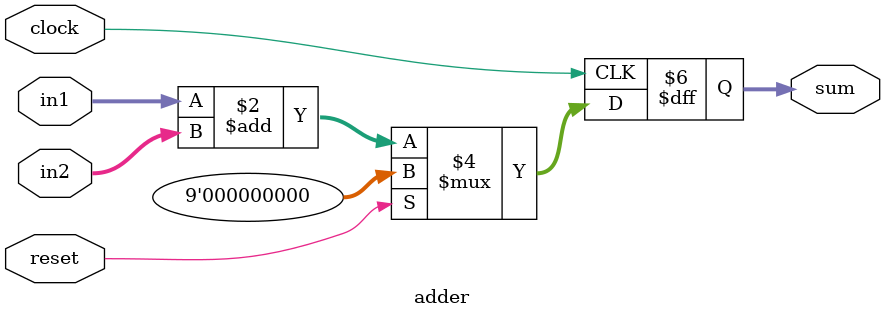
<source format=sv>
module adder(output reg [8:0] sum, input [7:0] in1,in2,input clock,reset);

	always@(posedge clock) begin
		if(reset) sum<=0;
		else 	sum<=in1+in2;
	end
endmodule

</source>
